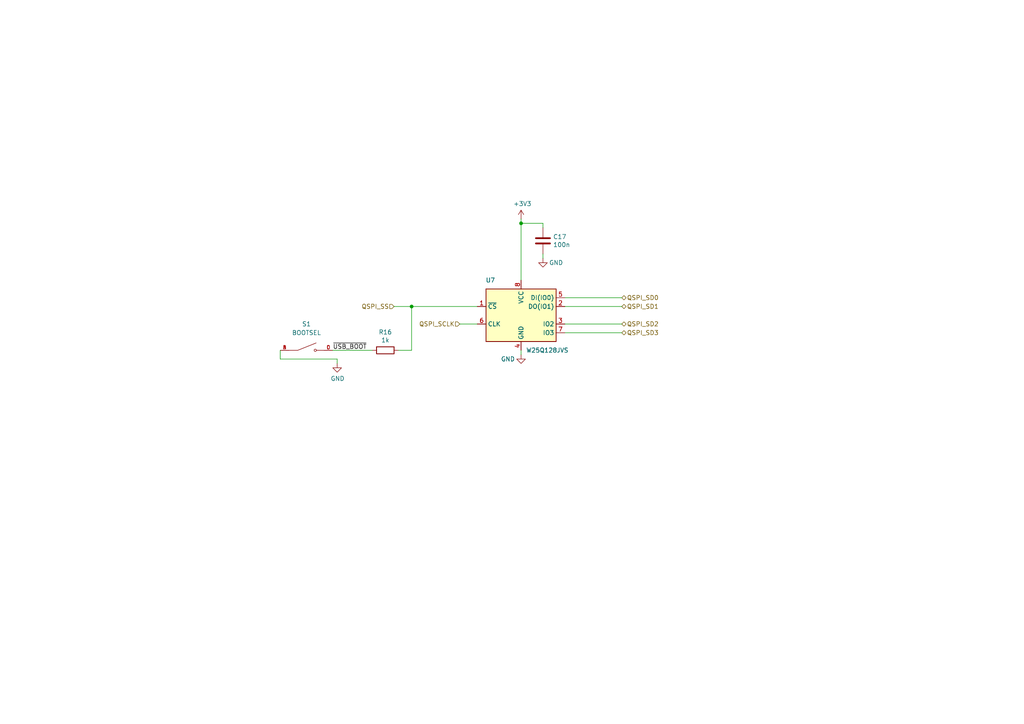
<source format=kicad_sch>
(kicad_sch (version 20211123) (generator eeschema)
  (paper "A4")
  (title_block (title "PHORAE") (rev "A"))
  (lib_symbols
    (symbol "Device:C" (pin_numbers hide) (pin_names (offset 0.254))
      (property "Reference" "C" (at 0.635 2.54 0))
      (property "Value" "C" (at 0.635 -2.54 0))
      (symbol "C_0_1"
        (polyline (pts (xy -2.032 -0.762) (xy 2.032 -0.762)) (stroke (width 0.508)))
        (polyline (pts (xy -2.032 0.762) (xy 2.032 0.762)) (stroke (width 0.508)))
      )
      (symbol "C_1_1"
        (pin passive line (at 0 3.81 270) (length 2.794) (name "~") (number "1"))
        (pin passive line (at 0 -3.81 90) (length 2.794) (name "~") (number "2"))
      )
    )
    (symbol "Device:R" (pin_numbers hide) (pin_names (offset 0))
      (property "Reference" "R" (at 2.032 0 90))
      (property "Value" "R" (at 0 0 90))
      (symbol "R_0_1"
        (rectangle (start -1.016 -2.54) (end 1.016 2.54) (stroke (width 0.254)))
      )
      (symbol "R_1_1"
        (pin passive line (at 0 3.81 270) (length 1.27) (name "~") (number "1"))
        (pin passive line (at 0 -3.81 90) (length 1.27) (name "~") (number "2"))
      )
    )
    (symbol "Memory_Flash:W25Q128JVS"
      (property "Reference" "U" (at -8.89 8.89 0))
      (property "Value" "W25Q128JVS" (at 7.62 8.89 0))
      (symbol "W25Q128JVS_0_1"
        (rectangle (start -10.16 7.62) (end 10.16 -7.62) (stroke (width 0.254)) (fill (type background)))
      )
      (symbol "W25Q128JVS_1_1"
        (pin input line (at -12.7 2.54 0) (length 2.54) (name "~{CS}") (number "1"))
        (pin bidirectional line (at 12.7 2.54 180) (length 2.54) (name "DO(IO1)") (number "2"))
        (pin bidirectional line (at 12.7 -2.54 180) (length 2.54) (name "IO2") (number "3"))
        (pin power_in line (at 0 -10.16 90) (length 2.54) (name "GND") (number "4"))
        (pin bidirectional line (at 12.7 5.08 180) (length 2.54) (name "DI(IO0)") (number "5"))
        (pin input line (at -12.7 -2.54 0) (length 2.54) (name "CLK") (number "6"))
        (pin bidirectional line (at 12.7 -5.08 180) (length 2.54) (name "IO3") (number "7"))
        (pin power_in line (at 0 10.16 270) (length 2.54) (name "VCC") (number "8"))
      )
    )
    (symbol "TS-1187A-B-A-B:TS-1187A-B-A-B" (pin_names (offset 1.016) hide)
      (property "Reference" "S" (at -2.54 2.54 0))
      (property "Value" "TS-1187A-B-A-B" (at -2.54 -2.54 0))
      (symbol "TS-1187A-B-A-B_0_0"
        (polyline (pts (xy -2.54 0) (xy -5.08 0)) (stroke (width 0.1524)))
        (polyline (pts (xy -2.54 0) (xy 2.794 2.1336)) (stroke (width 0.1524)))
        (polyline (pts (xy 5.08 0) (xy 2.921 0)) (stroke (width 0.1524)))
        (circle (center 2.54 0) (radius 0.3302) (stroke (width 0.1524)))
        (pin passive line (at -7.62 0 0) (length 2.54) (name "~") (number "A"))
        (pin passive line (at -7.62 0 0) (length 2.54) (name "~") (number "B"))
        (pin passive line (at 7.62 0 180) (length 2.54) (name "~") (number "C"))
        (pin passive line (at 7.62 0 180) (length 2.54) (name "~") (number "D"))
      )
    )
    (symbol "power:+3V3" (power) (pin_names (offset 0))
      (property "Value" "+3V3" (at 0 3.556 0))
      (symbol "+3V3_0_1"
        (polyline (pts (xy -0.762 1.27) (xy 0 2.54)))
        (polyline (pts (xy 0 0) (xy 0 2.54)))
        (polyline (pts (xy 0 2.54) (xy 0.762 1.27)))
      )
      (symbol "+3V3_1_1"
        (pin power_in line (at 0 0 90) (length 0) hide (name "+3V3") (number "1"))
      )
    )
    (symbol "power:GND" (power) (pin_names (offset 0))
      (property "Value" "GND" (at 0 -3.81 0))
      (symbol "GND_0_1"
        (polyline (pts (xy 0 0) (xy 0 -1.27) (xy 1.27 -1.27) (xy 0 -2.54) (xy -1.27 -1.27) (xy 0 -1.27)))
      )
      (symbol "GND_1_1"
        (pin power_in line (at 0 0 270) (length 0) hide (name "GND") (number "1"))
      )
    )
  )
  (junction (at 151.13 64.77))
  (junction (at 119.38 88.9))
  (wire (pts (xy 81.28 101.6) (xy 81.28 104.14)))
  (wire (pts (xy 97.79 104.14) (xy 97.79 105.41)))
  (wire (pts (xy 157.48 66.04) (xy 157.48 64.77)))
  (wire (pts (xy 119.38 88.9) (xy 138.43 88.9)))
  (wire (pts (xy 133.35 93.98) (xy 138.43 93.98)))
  (wire (pts (xy 151.13 63.5) (xy 151.13 64.77)))
  (wire (pts (xy 163.83 93.98) (xy 180.34 93.98)))
  (wire (pts (xy 157.48 73.66) (xy 157.48 74.93)))
  (wire (pts (xy 114.3 88.9) (xy 119.38 88.9)))
  (wire (pts (xy 119.38 101.6) (xy 119.38 88.9)))
  (wire (pts (xy 163.83 86.36) (xy 180.34 86.36)))
  (wire (pts (xy 115.57 101.6) (xy 119.38 101.6)))
  (wire (pts (xy 81.28 104.14) (xy 97.79 104.14)))
  (wire (pts (xy 151.13 64.77) (xy 151.13 81.28)))
  (wire (pts (xy 163.83 96.52) (xy 180.34 96.52)))
  (wire (pts (xy 163.83 88.9) (xy 180.34 88.9)))
  (wire (pts (xy 96.52 101.6) (xy 107.95 101.6)))
  (wire (pts (xy 151.13 101.6) (xy 151.13 102.87)))
  (wire (pts (xy 157.48 64.77) (xy 151.13 64.77)))
  (label "~{USB_BOOT}" (at 96.52 101.6 0))
  (hierarchical_label "QSPI_SCLK" (shape input) (at 133.35 93.98 180))
  (hierarchical_label "QSPI_SD2" (shape bidirectional) (at 180.34 93.98 0))
  (hierarchical_label "QSPI_SD0" (shape bidirectional) (at 180.34 86.36 0))
  (hierarchical_label "QSPI_SD1" (shape bidirectional) (at 180.34 88.9 0))
  (hierarchical_label "QSPI_SD3" (shape bidirectional) (at 180.34 96.52 0))
  (hierarchical_label "QSPI_SS" (shape input) (at 114.3 88.9 180))
  (symbol (lib_id "TS-1187A-B-A-B:TS-1187A-B-A-B") (at 88.9 101.6 0) (unit 1)
    (property "Reference" "S1" (at 88.9 93.98 0))
    (property "Value" "BOOTSEL" (at 88.9 96.52 0))
    (property "Footprint" "PhobGCC_2_0_0_footprints:SW_TS-1187A-B-A-B" (effects hide))
    (property "PARTREV" "A0" (effects hide))
    (property "STANDARD" "Manufacturer Recommendations" (effects hide))
    (property "MAXIMUM_PACKAGE_HEIGHT" "1.5mm" (effects hide))
    (property "LCSC" "C318884" (effects hide))
    (property "MPN" "PTS526 SK15 SMTR2 LFS" (effects hide))
    (property "Manufacturer" "C&K" (effects hide))
    (property "Package" "SMD" (effects hide))
    (property "VARIANT" "NoVar" (effects hide))
  )
  (symbol (lib_id "power:GND") (at 151.13 102.87 0) (unit 1)
    (property "Reference" "#PWR022" (effects hide))
    (property "Value" "GND" (at 147.32 104.14 0))
  )
  (symbol (lib_id "Memory_Flash:W25Q128JVS") (at 151.13 91.44 0) (unit 1)
    (property "Reference" "U7" (at 142.24 81.28 0))
    (property "Value" "W25Q128JVS" (at 158.75 101.6 0))
    (property "Footprint" "PhobGCC_2_0_0_footprints:SOIC-8_5.23x5.23mm_P1.27mm" (effects hide))
    (property "Datasheet" "http://www.winbond.com/resource-files/w25q128jv_dtr%20revc%2003272018%20plus.pdf" (effects hide))
    (property "MPN" "W25Q128JVSIQ TR" (effects hide))
    (property "Manufacturer" "Winbond Electronics" (effects hide))
    (property "Package" "8-SOIC" (effects hide))
    (property "VARIANT" "NoVar" (effects hide))
  )
  (symbol (lib_id "power:+3V3") (at 151.13 63.5 0) (unit 1)
    (property "Reference" "#PWR021" (effects hide))
    (property "Value" "+3V3" (at 151.511 59.1058 0))
  )
  (symbol (lib_id "Device:R") (at 111.76 101.6 270) (unit 1)
    (property "Reference" "R16" (at 111.76 96.3422 90))
    (property "Value" "1k" (at 111.76 98.6536 90))
    (property "Footprint" "PhobGCC_2_0_0_footprints:C_0402_1005Metric" (effects hide))
    (property "Package" "0402" (effects hide))
    (property "MPN" "RMCF0402FT1K00" (effects hide))
    (property "Manufacturer" "Stackpole Electronics Inc" (effects hide))
    (property "VARIANT" "NoVar" (effects hide))
  )
  (symbol (lib_id "power:GND") (at 157.48 74.93 0) (unit 1)
    (property "Reference" "#PWR023" (effects hide))
    (property "Value" "GND" (at 161.29 76.2 0))
  )
  (symbol (lib_id "Device:C") (at 157.48 69.85 0) (unit 1)
    (property "Reference" "C17" (at 160.401 68.6816 0) (effects (justify left)))
    (property "Value" "100n" (at 160.401 70.993 0) (effects (justify left)))
    (property "Footprint" "PhobGCC_2_0_0_footprints:C_0402_1005Metric" (effects hide))
    (property "MPN" "CL05B104KA5NNNC" (effects hide))
    (property "Manufacturer" "Samsung Electro-Mechanics" (effects hide))
    (property "Package" "0402" (effects hide))
    (property "VARIANT" "NoVar" (effects hide))
  )
  (symbol (lib_id "power:GND") (at 97.79 105.41 0) (unit 1)
    (property "Reference" "#PWR020" (effects hide))
    (property "Value" "GND" (at 97.917 109.8042 0))
  )
)
</source>
